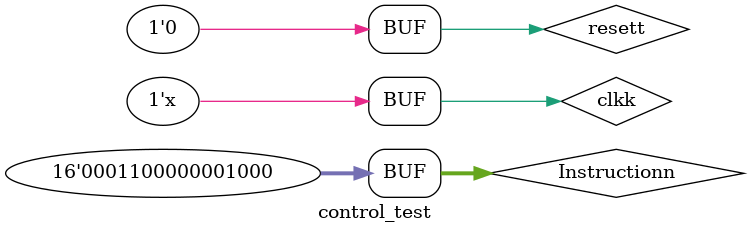
<source format=v>
`timescale 1ns / 1ps


module control_test();
    
     // localparam              B = 16;
     // localparam              W = 11;
   
   
    //registros
    wire [1:0] SelAa;
    wire SelBb;
    wire WrAccc;
    wire Opp;
    wire WrRamm;
    wire RdRamm;
    wire [10:0] Operandd;
    wire [10:0] Addrr;
    reg resett;
    reg clkk;
    reg [15:0] Instructionn;
    
    
    control prueba_ctrl(
            .SelA  (SelAa), 
           .SelB (SelBb),
            .WrAcc (WrAccc),
            .Op (Opp),
             .WrRam  (WrRamm),
             .Addr (Addrr),
             .clk  (clkk),
             .reset (resett),
             .Instruction (Instructionn)
    );
     initial
       begin
       #1 clkk = 1; resett = 1;
       #1 resett=0;
       
        Instructionn =0;        
        #1
           Instructionn = 16'h1810;  
           
        #1
           Instructionn = 16'h0801;  
        #1
           Instructionn = 16'h1808;  
        
     
       
       end  
         
      always 
      #1 clkk = ~clkk;   
    
    
endmodule






</source>
